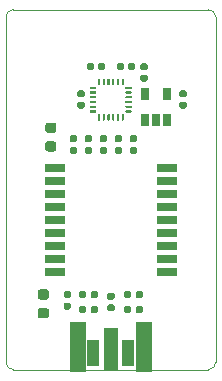
<source format=gbr>
%TF.GenerationSoftware,KiCad,Pcbnew,5.1.6+dfsg1-1~bpo10+1*%
%TF.CreationDate,Date%
%TF.ProjectId,ProMicro_POS,50726f4d-6963-4726-9f5f-504f532e6b69,v3.2*%
%TF.SameCoordinates,Original*%
%TF.FileFunction,Paste,Top*%
%TF.FilePolarity,Positive*%
%FSLAX45Y45*%
G04 Gerber Fmt 4.5, Leading zero omitted, Abs format (unit mm)*
G04 Created by KiCad*
%MOMM*%
%LPD*%
G01*
G04 APERTURE LIST*
%TA.AperFunction,Profile*%
%ADD10C,0.100000*%
%TD*%
%ADD11R,0.650000X1.060000*%
%ADD12R,1.050000X2.200000*%
%ADD13R,1.000000X1.050000*%
%ADD14R,1.270000X3.600000*%
%ADD15R,1.350000X4.200000*%
%ADD16R,1.800000X0.700000*%
%ADD17R,1.800000X0.800000*%
G04 APERTURE END LIST*
D10*
X127000Y2857500D02*
X127000Y-63500D01*
X-1587500Y-127000D02*
G75*
G02*
X-1651000Y-63500I0J63500D01*
G01*
X-1651000Y2857500D02*
G75*
G02*
X-1587500Y2921000I63500J0D01*
G01*
X63500Y2921000D02*
G75*
G02*
X127000Y2857500I0J-63500D01*
G01*
X127000Y-63500D02*
G75*
G02*
X63500Y-127000I-63500J0D01*
G01*
X-1587500Y2921000D02*
X63500Y2921000D01*
X-1651000Y-63500D02*
X-1651000Y2857500D01*
X63500Y-127000D02*
X-1587500Y-127000D01*
G36*
G01*
X-681250Y1797000D02*
X-715750Y1797000D01*
G75*
G02*
X-730500Y1811750I0J14750D01*
G01*
X-730500Y1841250D01*
G75*
G02*
X-715750Y1856000I14750J0D01*
G01*
X-681250Y1856000D01*
G75*
G02*
X-666500Y1841250I0J-14750D01*
G01*
X-666500Y1811750D01*
G75*
G02*
X-681250Y1797000I-14750J0D01*
G01*
G37*
G36*
G01*
X-681250Y1700000D02*
X-715750Y1700000D01*
G75*
G02*
X-730500Y1714750I0J14750D01*
G01*
X-730500Y1744250D01*
G75*
G02*
X-715750Y1759000I14750J0D01*
G01*
X-681250Y1759000D01*
G75*
G02*
X-666500Y1744250I0J-14750D01*
G01*
X-666500Y1714750D01*
G75*
G02*
X-681250Y1700000I-14750J0D01*
G01*
G37*
G36*
G01*
X-554250Y1797000D02*
X-588750Y1797000D01*
G75*
G02*
X-603500Y1811750I0J14750D01*
G01*
X-603500Y1841250D01*
G75*
G02*
X-588750Y1856000I14750J0D01*
G01*
X-554250Y1856000D01*
G75*
G02*
X-539500Y1841250I0J-14750D01*
G01*
X-539500Y1811750D01*
G75*
G02*
X-554250Y1797000I-14750J0D01*
G01*
G37*
G36*
G01*
X-554250Y1700000D02*
X-588750Y1700000D01*
G75*
G02*
X-603500Y1714750I0J14750D01*
G01*
X-603500Y1744250D01*
G75*
G02*
X-588750Y1759000I14750J0D01*
G01*
X-554250Y1759000D01*
G75*
G02*
X-539500Y1744250I0J-14750D01*
G01*
X-539500Y1714750D01*
G75*
G02*
X-554250Y1700000I-14750J0D01*
G01*
G37*
D11*
X-476000Y2205500D03*
X-286000Y2205500D03*
X-286000Y1985500D03*
X-381000Y1985500D03*
X-476000Y1985500D03*
G36*
G01*
X-465350Y2406600D02*
X-499850Y2406600D01*
G75*
G02*
X-514600Y2421350I0J14750D01*
G01*
X-514600Y2450850D01*
G75*
G02*
X-499850Y2465600I14750J0D01*
G01*
X-465350Y2465600D01*
G75*
G02*
X-450600Y2450850I0J-14750D01*
G01*
X-450600Y2421350D01*
G75*
G02*
X-465350Y2406600I-14750J0D01*
G01*
G37*
G36*
G01*
X-465350Y2309600D02*
X-499850Y2309600D01*
G75*
G02*
X-514600Y2324350I0J14750D01*
G01*
X-514600Y2353850D01*
G75*
G02*
X-499850Y2368600I14750J0D01*
G01*
X-465350Y2368600D01*
G75*
G02*
X-450600Y2353850I0J-14750D01*
G01*
X-450600Y2324350D01*
G75*
G02*
X-465350Y2309600I-14750J0D01*
G01*
G37*
G36*
G01*
X-135150Y2178000D02*
X-169650Y2178000D01*
G75*
G02*
X-184400Y2192750I0J14750D01*
G01*
X-184400Y2222250D01*
G75*
G02*
X-169650Y2237000I14750J0D01*
G01*
X-135150Y2237000D01*
G75*
G02*
X-120400Y2222250I0J-14750D01*
G01*
X-120400Y2192750D01*
G75*
G02*
X-135150Y2178000I-14750J0D01*
G01*
G37*
G36*
G01*
X-135150Y2081000D02*
X-169650Y2081000D01*
G75*
G02*
X-184400Y2095750I0J14750D01*
G01*
X-184400Y2125250D01*
G75*
G02*
X-169650Y2140000I14750J0D01*
G01*
X-135150Y2140000D01*
G75*
G02*
X-120400Y2125250I0J-14750D01*
G01*
X-120400Y2095750D01*
G75*
G02*
X-135150Y2081000I-14750J0D01*
G01*
G37*
G36*
G01*
X-842750Y1759000D02*
X-808250Y1759000D01*
G75*
G02*
X-793500Y1744250I0J-14750D01*
G01*
X-793500Y1714750D01*
G75*
G02*
X-808250Y1700000I-14750J0D01*
G01*
X-842750Y1700000D01*
G75*
G02*
X-857500Y1714750I0J14750D01*
G01*
X-857500Y1744250D01*
G75*
G02*
X-842750Y1759000I14750J0D01*
G01*
G37*
G36*
G01*
X-842750Y1856000D02*
X-808250Y1856000D01*
G75*
G02*
X-793500Y1841250I0J-14750D01*
G01*
X-793500Y1811750D01*
G75*
G02*
X-808250Y1797000I-14750J0D01*
G01*
X-842750Y1797000D01*
G75*
G02*
X-857500Y1811750I0J14750D01*
G01*
X-857500Y1841250D01*
G75*
G02*
X-842750Y1856000I14750J0D01*
G01*
G37*
G36*
G01*
X-969750Y1759000D02*
X-935250Y1759000D01*
G75*
G02*
X-920500Y1744250I0J-14750D01*
G01*
X-920500Y1714750D01*
G75*
G02*
X-935250Y1700000I-14750J0D01*
G01*
X-969750Y1700000D01*
G75*
G02*
X-984500Y1714750I0J14750D01*
G01*
X-984500Y1744250D01*
G75*
G02*
X-969750Y1759000I14750J0D01*
G01*
G37*
G36*
G01*
X-969750Y1856000D02*
X-935250Y1856000D01*
G75*
G02*
X-920500Y1841250I0J-14750D01*
G01*
X-920500Y1811750D01*
G75*
G02*
X-935250Y1797000I-14750J0D01*
G01*
X-969750Y1797000D01*
G75*
G02*
X-984500Y1811750I0J14750D01*
G01*
X-984500Y1841250D01*
G75*
G02*
X-969750Y1856000I14750J0D01*
G01*
G37*
G36*
G01*
X-1033250Y2140000D02*
X-998750Y2140000D01*
G75*
G02*
X-984000Y2125250I0J-14750D01*
G01*
X-984000Y2095750D01*
G75*
G02*
X-998750Y2081000I-14750J0D01*
G01*
X-1033250Y2081000D01*
G75*
G02*
X-1048000Y2095750I0J14750D01*
G01*
X-1048000Y2125250D01*
G75*
G02*
X-1033250Y2140000I14750J0D01*
G01*
G37*
G36*
G01*
X-1033250Y2237000D02*
X-998750Y2237000D01*
G75*
G02*
X-984000Y2222250I0J-14750D01*
G01*
X-984000Y2192750D01*
G75*
G02*
X-998750Y2178000I-14750J0D01*
G01*
X-1033250Y2178000D01*
G75*
G02*
X-1048000Y2192750I0J14750D01*
G01*
X-1048000Y2222250D01*
G75*
G02*
X-1033250Y2237000I14750J0D01*
G01*
G37*
G36*
G01*
X-1147550Y440500D02*
X-1113050Y440500D01*
G75*
G02*
X-1098300Y425750I0J-14750D01*
G01*
X-1098300Y396250D01*
G75*
G02*
X-1113050Y381500I-14750J0D01*
G01*
X-1147550Y381500D01*
G75*
G02*
X-1162300Y396250I0J14750D01*
G01*
X-1162300Y425750D01*
G75*
G02*
X-1147550Y440500I14750J0D01*
G01*
G37*
G36*
G01*
X-1147550Y537500D02*
X-1113050Y537500D01*
G75*
G02*
X-1098300Y522750I0J-14750D01*
G01*
X-1098300Y493250D01*
G75*
G02*
X-1113050Y478500I-14750J0D01*
G01*
X-1147550Y478500D01*
G75*
G02*
X-1162300Y493250I0J14750D01*
G01*
X-1162300Y522750D01*
G75*
G02*
X-1147550Y537500I14750J0D01*
G01*
G37*
G36*
G01*
X-616000Y2421150D02*
X-616000Y2455650D01*
G75*
G02*
X-601250Y2470400I14750J0D01*
G01*
X-571750Y2470400D01*
G75*
G02*
X-557000Y2455650I0J-14750D01*
G01*
X-557000Y2421150D01*
G75*
G02*
X-571750Y2406400I-14750J0D01*
G01*
X-601250Y2406400D01*
G75*
G02*
X-616000Y2421150I0J14750D01*
G01*
G37*
G36*
G01*
X-713000Y2421150D02*
X-713000Y2455650D01*
G75*
G02*
X-698250Y2470400I14750J0D01*
G01*
X-668750Y2470400D01*
G75*
G02*
X-654000Y2455650I0J-14750D01*
G01*
X-654000Y2421150D01*
G75*
G02*
X-668750Y2406400I-14750J0D01*
G01*
X-698250Y2406400D01*
G75*
G02*
X-713000Y2421150I0J14750D01*
G01*
G37*
G36*
G01*
X-908000Y2455650D02*
X-908000Y2421150D01*
G75*
G02*
X-922750Y2406400I-14750J0D01*
G01*
X-952250Y2406400D01*
G75*
G02*
X-967000Y2421150I0J14750D01*
G01*
X-967000Y2455650D01*
G75*
G02*
X-952250Y2470400I14750J0D01*
G01*
X-922750Y2470400D01*
G75*
G02*
X-908000Y2455650I0J-14750D01*
G01*
G37*
G36*
G01*
X-811000Y2455650D02*
X-811000Y2421150D01*
G75*
G02*
X-825750Y2406400I-14750J0D01*
G01*
X-855250Y2406400D01*
G75*
G02*
X-870000Y2421150I0J14750D01*
G01*
X-870000Y2455650D01*
G75*
G02*
X-855250Y2470400I14750J0D01*
G01*
X-825750Y2470400D01*
G75*
G02*
X-811000Y2455650I0J-14750D01*
G01*
G37*
G36*
G01*
X-667000Y2036500D02*
X-657000Y2036500D01*
G75*
G02*
X-652000Y2031500I0J-5000D01*
G01*
X-652000Y1986500D01*
G75*
G02*
X-657000Y1981500I-5000J0D01*
G01*
X-667000Y1981500D01*
G75*
G02*
X-672000Y1986500I0J5000D01*
G01*
X-672000Y2031500D01*
G75*
G02*
X-667000Y2036500I5000J0D01*
G01*
G37*
G36*
G01*
X-707000Y2036500D02*
X-697000Y2036500D01*
G75*
G02*
X-692000Y2031500I0J-5000D01*
G01*
X-692000Y1986500D01*
G75*
G02*
X-697000Y1981500I-5000J0D01*
G01*
X-707000Y1981500D01*
G75*
G02*
X-712000Y1986500I0J5000D01*
G01*
X-712000Y2031500D01*
G75*
G02*
X-707000Y2036500I5000J0D01*
G01*
G37*
G36*
G01*
X-747000Y2036500D02*
X-737000Y2036500D01*
G75*
G02*
X-732000Y2031500I0J-5000D01*
G01*
X-732000Y1986500D01*
G75*
G02*
X-737000Y1981500I-5000J0D01*
G01*
X-747000Y1981500D01*
G75*
G02*
X-752000Y1986500I0J5000D01*
G01*
X-752000Y2031500D01*
G75*
G02*
X-747000Y2036500I5000J0D01*
G01*
G37*
G36*
G01*
X-787000Y2036500D02*
X-777000Y2036500D01*
G75*
G02*
X-772000Y2031500I0J-5000D01*
G01*
X-772000Y1986500D01*
G75*
G02*
X-777000Y1981500I-5000J0D01*
G01*
X-787000Y1981500D01*
G75*
G02*
X-792000Y1986500I0J5000D01*
G01*
X-792000Y2031500D01*
G75*
G02*
X-787000Y2036500I5000J0D01*
G01*
G37*
G36*
G01*
X-827000Y2036500D02*
X-817000Y2036500D01*
G75*
G02*
X-812000Y2031500I0J-5000D01*
G01*
X-812000Y1986500D01*
G75*
G02*
X-817000Y1981500I-5000J0D01*
G01*
X-827000Y1981500D01*
G75*
G02*
X-832000Y1986500I0J5000D01*
G01*
X-832000Y2031500D01*
G75*
G02*
X-827000Y2036500I5000J0D01*
G01*
G37*
G36*
G01*
X-867000Y2036500D02*
X-857000Y2036500D01*
G75*
G02*
X-852000Y2031500I0J-5000D01*
G01*
X-852000Y1986500D01*
G75*
G02*
X-857000Y1981500I-5000J0D01*
G01*
X-867000Y1981500D01*
G75*
G02*
X-872000Y1986500I0J5000D01*
G01*
X-872000Y2031500D01*
G75*
G02*
X-867000Y2036500I5000J0D01*
G01*
G37*
G36*
G01*
X-884500Y2064000D02*
X-884500Y2054000D01*
G75*
G02*
X-889500Y2049000I-5000J0D01*
G01*
X-934500Y2049000D01*
G75*
G02*
X-939500Y2054000I0J5000D01*
G01*
X-939500Y2064000D01*
G75*
G02*
X-934500Y2069000I5000J0D01*
G01*
X-889500Y2069000D01*
G75*
G02*
X-884500Y2064000I0J-5000D01*
G01*
G37*
G36*
G01*
X-884500Y2104000D02*
X-884500Y2094000D01*
G75*
G02*
X-889500Y2089000I-5000J0D01*
G01*
X-934500Y2089000D01*
G75*
G02*
X-939500Y2094000I0J5000D01*
G01*
X-939500Y2104000D01*
G75*
G02*
X-934500Y2109000I5000J0D01*
G01*
X-889500Y2109000D01*
G75*
G02*
X-884500Y2104000I0J-5000D01*
G01*
G37*
G36*
G01*
X-884500Y2144000D02*
X-884500Y2134000D01*
G75*
G02*
X-889500Y2129000I-5000J0D01*
G01*
X-934500Y2129000D01*
G75*
G02*
X-939500Y2134000I0J5000D01*
G01*
X-939500Y2144000D01*
G75*
G02*
X-934500Y2149000I5000J0D01*
G01*
X-889500Y2149000D01*
G75*
G02*
X-884500Y2144000I0J-5000D01*
G01*
G37*
G36*
G01*
X-884500Y2184000D02*
X-884500Y2174000D01*
G75*
G02*
X-889500Y2169000I-5000J0D01*
G01*
X-934500Y2169000D01*
G75*
G02*
X-939500Y2174000I0J5000D01*
G01*
X-939500Y2184000D01*
G75*
G02*
X-934500Y2189000I5000J0D01*
G01*
X-889500Y2189000D01*
G75*
G02*
X-884500Y2184000I0J-5000D01*
G01*
G37*
G36*
G01*
X-884500Y2224000D02*
X-884500Y2214000D01*
G75*
G02*
X-889500Y2209000I-5000J0D01*
G01*
X-934500Y2209000D01*
G75*
G02*
X-939500Y2214000I0J5000D01*
G01*
X-939500Y2224000D01*
G75*
G02*
X-934500Y2229000I5000J0D01*
G01*
X-889500Y2229000D01*
G75*
G02*
X-884500Y2224000I0J-5000D01*
G01*
G37*
G36*
G01*
X-884500Y2264000D02*
X-884500Y2254000D01*
G75*
G02*
X-889500Y2249000I-5000J0D01*
G01*
X-934500Y2249000D01*
G75*
G02*
X-939500Y2254000I0J5000D01*
G01*
X-939500Y2264000D01*
G75*
G02*
X-934500Y2269000I5000J0D01*
G01*
X-889500Y2269000D01*
G75*
G02*
X-884500Y2264000I0J-5000D01*
G01*
G37*
G36*
G01*
X-867000Y2336500D02*
X-857000Y2336500D01*
G75*
G02*
X-852000Y2331500I0J-5000D01*
G01*
X-852000Y2286500D01*
G75*
G02*
X-857000Y2281500I-5000J0D01*
G01*
X-867000Y2281500D01*
G75*
G02*
X-872000Y2286500I0J5000D01*
G01*
X-872000Y2331500D01*
G75*
G02*
X-867000Y2336500I5000J0D01*
G01*
G37*
G36*
G01*
X-827000Y2336500D02*
X-817000Y2336500D01*
G75*
G02*
X-812000Y2331500I0J-5000D01*
G01*
X-812000Y2286500D01*
G75*
G02*
X-817000Y2281500I-5000J0D01*
G01*
X-827000Y2281500D01*
G75*
G02*
X-832000Y2286500I0J5000D01*
G01*
X-832000Y2331500D01*
G75*
G02*
X-827000Y2336500I5000J0D01*
G01*
G37*
G36*
G01*
X-787000Y2336500D02*
X-777000Y2336500D01*
G75*
G02*
X-772000Y2331500I0J-5000D01*
G01*
X-772000Y2286500D01*
G75*
G02*
X-777000Y2281500I-5000J0D01*
G01*
X-787000Y2281500D01*
G75*
G02*
X-792000Y2286500I0J5000D01*
G01*
X-792000Y2331500D01*
G75*
G02*
X-787000Y2336500I5000J0D01*
G01*
G37*
G36*
G01*
X-747000Y2336500D02*
X-737000Y2336500D01*
G75*
G02*
X-732000Y2331500I0J-5000D01*
G01*
X-732000Y2286500D01*
G75*
G02*
X-737000Y2281500I-5000J0D01*
G01*
X-747000Y2281500D01*
G75*
G02*
X-752000Y2286500I0J5000D01*
G01*
X-752000Y2331500D01*
G75*
G02*
X-747000Y2336500I5000J0D01*
G01*
G37*
G36*
G01*
X-707000Y2336500D02*
X-697000Y2336500D01*
G75*
G02*
X-692000Y2331500I0J-5000D01*
G01*
X-692000Y2286500D01*
G75*
G02*
X-697000Y2281500I-5000J0D01*
G01*
X-707000Y2281500D01*
G75*
G02*
X-712000Y2286500I0J5000D01*
G01*
X-712000Y2331500D01*
G75*
G02*
X-707000Y2336500I5000J0D01*
G01*
G37*
G36*
G01*
X-667000Y2336500D02*
X-657000Y2336500D01*
G75*
G02*
X-652000Y2331500I0J-5000D01*
G01*
X-652000Y2286500D01*
G75*
G02*
X-657000Y2281500I-5000J0D01*
G01*
X-667000Y2281500D01*
G75*
G02*
X-672000Y2286500I0J5000D01*
G01*
X-672000Y2331500D01*
G75*
G02*
X-667000Y2336500I5000J0D01*
G01*
G37*
G36*
G01*
X-584500Y2264000D02*
X-584500Y2254000D01*
G75*
G02*
X-589500Y2249000I-5000J0D01*
G01*
X-634500Y2249000D01*
G75*
G02*
X-639500Y2254000I0J5000D01*
G01*
X-639500Y2264000D01*
G75*
G02*
X-634500Y2269000I5000J0D01*
G01*
X-589500Y2269000D01*
G75*
G02*
X-584500Y2264000I0J-5000D01*
G01*
G37*
G36*
G01*
X-584500Y2224000D02*
X-584500Y2214000D01*
G75*
G02*
X-589500Y2209000I-5000J0D01*
G01*
X-634500Y2209000D01*
G75*
G02*
X-639500Y2214000I0J5000D01*
G01*
X-639500Y2224000D01*
G75*
G02*
X-634500Y2229000I5000J0D01*
G01*
X-589500Y2229000D01*
G75*
G02*
X-584500Y2224000I0J-5000D01*
G01*
G37*
G36*
G01*
X-584500Y2184000D02*
X-584500Y2174000D01*
G75*
G02*
X-589500Y2169000I-5000J0D01*
G01*
X-634500Y2169000D01*
G75*
G02*
X-639500Y2174000I0J5000D01*
G01*
X-639500Y2184000D01*
G75*
G02*
X-634500Y2189000I5000J0D01*
G01*
X-589500Y2189000D01*
G75*
G02*
X-584500Y2184000I0J-5000D01*
G01*
G37*
G36*
G01*
X-584500Y2144000D02*
X-584500Y2134000D01*
G75*
G02*
X-589500Y2129000I-5000J0D01*
G01*
X-634500Y2129000D01*
G75*
G02*
X-639500Y2134000I0J5000D01*
G01*
X-639500Y2144000D01*
G75*
G02*
X-634500Y2149000I5000J0D01*
G01*
X-589500Y2149000D01*
G75*
G02*
X-584500Y2144000I0J-5000D01*
G01*
G37*
G36*
G01*
X-584500Y2104000D02*
X-584500Y2094000D01*
G75*
G02*
X-589500Y2089000I-5000J0D01*
G01*
X-634500Y2089000D01*
G75*
G02*
X-639500Y2094000I0J5000D01*
G01*
X-639500Y2104000D01*
G75*
G02*
X-634500Y2109000I5000J0D01*
G01*
X-589500Y2109000D01*
G75*
G02*
X-584500Y2104000I0J-5000D01*
G01*
G37*
G36*
G01*
X-584500Y2064000D02*
X-584500Y2054000D01*
G75*
G02*
X-589500Y2049000I-5000J0D01*
G01*
X-634500Y2049000D01*
G75*
G02*
X-639500Y2054000I0J5000D01*
G01*
X-639500Y2064000D01*
G75*
G02*
X-634500Y2069000I5000J0D01*
G01*
X-589500Y2069000D01*
G75*
G02*
X-584500Y2064000I0J-5000D01*
G01*
G37*
D12*
X-614500Y16000D03*
D13*
X-762000Y168500D03*
D12*
X-909500Y16000D03*
G36*
G01*
X-1096750Y1759000D02*
X-1062250Y1759000D01*
G75*
G02*
X-1047500Y1744250I0J-14750D01*
G01*
X-1047500Y1714750D01*
G75*
G02*
X-1062250Y1700000I-14750J0D01*
G01*
X-1096750Y1700000D01*
G75*
G02*
X-1111500Y1714750I0J14750D01*
G01*
X-1111500Y1744250D01*
G75*
G02*
X-1096750Y1759000I14750J0D01*
G01*
G37*
G36*
G01*
X-1096750Y1856000D02*
X-1062250Y1856000D01*
G75*
G02*
X-1047500Y1841250I0J-14750D01*
G01*
X-1047500Y1811750D01*
G75*
G02*
X-1062250Y1797000I-14750J0D01*
G01*
X-1096750Y1797000D01*
G75*
G02*
X-1111500Y1811750I0J14750D01*
G01*
X-1111500Y1841250D01*
G75*
G02*
X-1096750Y1856000I14750J0D01*
G01*
G37*
G36*
G01*
X-1244375Y1876500D02*
X-1295625Y1876500D01*
G75*
G02*
X-1317500Y1898375I0J21875D01*
G01*
X-1317500Y1942125D01*
G75*
G02*
X-1295625Y1964000I21875J0D01*
G01*
X-1244375Y1964000D01*
G75*
G02*
X-1222500Y1942125I0J-21875D01*
G01*
X-1222500Y1898375D01*
G75*
G02*
X-1244375Y1876500I-21875J0D01*
G01*
G37*
G36*
G01*
X-1244375Y1719000D02*
X-1295625Y1719000D01*
G75*
G02*
X-1317500Y1740875I0J21875D01*
G01*
X-1317500Y1784625D01*
G75*
G02*
X-1295625Y1806500I21875J0D01*
G01*
X-1244375Y1806500D01*
G75*
G02*
X-1222500Y1784625I0J-21875D01*
G01*
X-1222500Y1740875D01*
G75*
G02*
X-1244375Y1719000I-21875J0D01*
G01*
G37*
G36*
G01*
X-1359125Y394250D02*
X-1307875Y394250D01*
G75*
G02*
X-1286000Y372375I0J-21875D01*
G01*
X-1286000Y328625D01*
G75*
G02*
X-1307875Y306750I-21875J0D01*
G01*
X-1359125Y306750D01*
G75*
G02*
X-1381000Y328625I0J21875D01*
G01*
X-1381000Y372375D01*
G75*
G02*
X-1359125Y394250I21875J0D01*
G01*
G37*
G36*
G01*
X-1359125Y551750D02*
X-1307875Y551750D01*
G75*
G02*
X-1286000Y529875I0J-21875D01*
G01*
X-1286000Y486125D01*
G75*
G02*
X-1307875Y464250I-21875J0D01*
G01*
X-1359125Y464250D01*
G75*
G02*
X-1381000Y486125I0J21875D01*
G01*
X-1381000Y529875D01*
G75*
G02*
X-1359125Y551750I21875J0D01*
G01*
G37*
G36*
G01*
X-933500Y490750D02*
X-933500Y525250D01*
G75*
G02*
X-918750Y540000I14750J0D01*
G01*
X-889250Y540000D01*
G75*
G02*
X-874500Y525250I0J-14750D01*
G01*
X-874500Y490750D01*
G75*
G02*
X-889250Y476000I-14750J0D01*
G01*
X-918750Y476000D01*
G75*
G02*
X-933500Y490750I0J14750D01*
G01*
G37*
G36*
G01*
X-1030500Y490750D02*
X-1030500Y525250D01*
G75*
G02*
X-1015750Y540000I14750J0D01*
G01*
X-986250Y540000D01*
G75*
G02*
X-971500Y525250I0J-14750D01*
G01*
X-971500Y490750D01*
G75*
G02*
X-986250Y476000I-14750J0D01*
G01*
X-1015750Y476000D01*
G75*
G02*
X-1030500Y490750I0J14750D01*
G01*
G37*
G36*
G01*
X-933500Y363750D02*
X-933500Y398250D01*
G75*
G02*
X-918750Y413000I14750J0D01*
G01*
X-889250Y413000D01*
G75*
G02*
X-874500Y398250I0J-14750D01*
G01*
X-874500Y363750D01*
G75*
G02*
X-889250Y349000I-14750J0D01*
G01*
X-918750Y349000D01*
G75*
G02*
X-933500Y363750I0J14750D01*
G01*
G37*
G36*
G01*
X-1030500Y363750D02*
X-1030500Y398250D01*
G75*
G02*
X-1015750Y413000I14750J0D01*
G01*
X-986250Y413000D01*
G75*
G02*
X-971500Y398250I0J-14750D01*
G01*
X-971500Y363750D01*
G75*
G02*
X-986250Y349000I-14750J0D01*
G01*
X-1015750Y349000D01*
G75*
G02*
X-1030500Y363750I0J14750D01*
G01*
G37*
G36*
G01*
X-744750Y463500D02*
X-779250Y463500D01*
G75*
G02*
X-794000Y478250I0J14750D01*
G01*
X-794000Y507750D01*
G75*
G02*
X-779250Y522500I14750J0D01*
G01*
X-744750Y522500D01*
G75*
G02*
X-730000Y507750I0J-14750D01*
G01*
X-730000Y478250D01*
G75*
G02*
X-744750Y463500I-14750J0D01*
G01*
G37*
G36*
G01*
X-744750Y366500D02*
X-779250Y366500D01*
G75*
G02*
X-794000Y381250I0J14750D01*
G01*
X-794000Y410750D01*
G75*
G02*
X-779250Y425500I14750J0D01*
G01*
X-744750Y425500D01*
G75*
G02*
X-730000Y410750I0J-14750D01*
G01*
X-730000Y381250D01*
G75*
G02*
X-744750Y366500I-14750J0D01*
G01*
G37*
G36*
G01*
X-552500Y363750D02*
X-552500Y398250D01*
G75*
G02*
X-537750Y413000I14750J0D01*
G01*
X-508250Y413000D01*
G75*
G02*
X-493500Y398250I0J-14750D01*
G01*
X-493500Y363750D01*
G75*
G02*
X-508250Y349000I-14750J0D01*
G01*
X-537750Y349000D01*
G75*
G02*
X-552500Y363750I0J14750D01*
G01*
G37*
G36*
G01*
X-649500Y363750D02*
X-649500Y398250D01*
G75*
G02*
X-634750Y413000I14750J0D01*
G01*
X-605250Y413000D01*
G75*
G02*
X-590500Y398250I0J-14750D01*
G01*
X-590500Y363750D01*
G75*
G02*
X-605250Y349000I-14750J0D01*
G01*
X-634750Y349000D01*
G75*
G02*
X-649500Y363750I0J14750D01*
G01*
G37*
G36*
G01*
X-552500Y490750D02*
X-552500Y525250D01*
G75*
G02*
X-537750Y540000I14750J0D01*
G01*
X-508250Y540000D01*
G75*
G02*
X-493500Y525250I0J-14750D01*
G01*
X-493500Y490750D01*
G75*
G02*
X-508250Y476000I-14750J0D01*
G01*
X-537750Y476000D01*
G75*
G02*
X-552500Y490750I0J14750D01*
G01*
G37*
G36*
G01*
X-649500Y490750D02*
X-649500Y525250D01*
G75*
G02*
X-634750Y540000I14750J0D01*
G01*
X-605250Y540000D01*
G75*
G02*
X-590500Y525250I0J-14750D01*
G01*
X-590500Y490750D01*
G75*
G02*
X-605250Y476000I-14750J0D01*
G01*
X-634750Y476000D01*
G75*
G02*
X-649500Y490750I0J14750D01*
G01*
G37*
D14*
X-762000Y43500D03*
D15*
X-479500Y63500D03*
X-1044500Y63500D03*
D16*
X-1237000Y1583000D03*
D17*
X-1237000Y1473000D03*
X-1237000Y1363000D03*
X-1237000Y1253000D03*
X-1237000Y1143000D03*
X-1237000Y1033000D03*
X-1237000Y923000D03*
X-1237000Y813000D03*
D16*
X-1237000Y703000D03*
X-287000Y703000D03*
D17*
X-287000Y813000D03*
X-287000Y923000D03*
X-287000Y1033000D03*
X-287000Y1143000D03*
X-287000Y1253000D03*
X-287000Y1363000D03*
X-287000Y1473000D03*
D16*
X-287000Y1583000D03*
M02*

</source>
